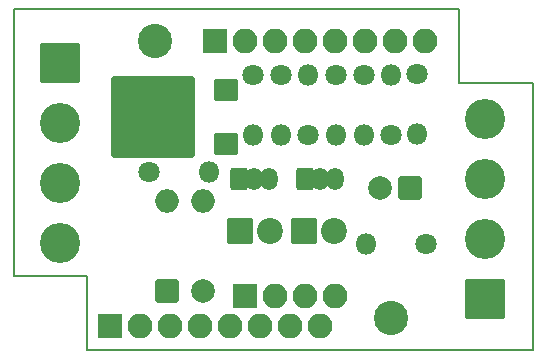
<source format=gts>
G04 #@! TF.GenerationSoftware,KiCad,Pcbnew,7.0.1-3b83917a11~172~ubuntu20.04.1*
G04 #@! TF.CreationDate,2023-03-26T00:43:29+01:00*
G04 #@! TF.ProjectId,C64Saver2,43363453-6176-4657-9232-2e6b69636164,rev?*
G04 #@! TF.SameCoordinates,Original*
G04 #@! TF.FileFunction,Soldermask,Top*
G04 #@! TF.FilePolarity,Negative*
%FSLAX46Y46*%
G04 Gerber Fmt 4.6, Leading zero omitted, Abs format (unit mm)*
G04 Created by KiCad (PCBNEW 7.0.1-3b83917a11~172~ubuntu20.04.1) date 2023-03-26 00:43:29*
%MOMM*%
%LPD*%
G01*
G04 APERTURE LIST*
G04 Aperture macros list*
%AMRoundRect*
0 Rectangle with rounded corners*
0 $1 Rounding radius*
0 $2 $3 $4 $5 $6 $7 $8 $9 X,Y pos of 4 corners*
0 Add a 4 corners polygon primitive as box body*
4,1,4,$2,$3,$4,$5,$6,$7,$8,$9,$2,$3,0*
0 Add four circle primitives for the rounded corners*
1,1,$1+$1,$2,$3*
1,1,$1+$1,$4,$5*
1,1,$1+$1,$6,$7*
1,1,$1+$1,$8,$9*
0 Add four rect primitives between the rounded corners*
20,1,$1+$1,$2,$3,$4,$5,0*
20,1,$1+$1,$4,$5,$6,$7,0*
20,1,$1+$1,$6,$7,$8,$9,0*
20,1,$1+$1,$8,$9,$2,$3,0*%
G04 Aperture macros list end*
%ADD10RoundRect,0.200000X0.800000X-0.800000X0.800000X0.800000X-0.800000X0.800000X-0.800000X-0.800000X0*%
%ADD11O,2.000000X2.000000*%
%ADD12RoundRect,0.200000X-0.525000X-0.750000X0.525000X-0.750000X0.525000X0.750000X-0.525000X0.750000X0*%
%ADD13O,1.450000X1.900000*%
%ADD14C,1.800000*%
%ADD15O,1.800000X1.800000*%
%ADD16C,2.000000*%
%ADD17C,3.400000*%
%ADD18RoundRect,0.200000X-1.500000X1.500000X-1.500000X-1.500000X1.500000X-1.500000X1.500000X1.500000X0*%
%ADD19RoundRect,0.200000X1.500000X-1.500000X1.500000X1.500000X-1.500000X1.500000X-1.500000X-1.500000X0*%
%ADD20RoundRect,0.200000X0.800000X0.800000X-0.800000X0.800000X-0.800000X-0.800000X0.800000X-0.800000X0*%
%ADD21RoundRect,0.200000X0.800000X0.750000X-0.800000X0.750000X-0.800000X-0.750000X0.800000X-0.750000X0*%
%ADD22RoundRect,0.200000X3.350000X3.250000X-3.350000X3.250000X-3.350000X-3.250000X3.350000X-3.250000X0*%
%ADD23O,2.100000X2.100000*%
%ADD24RoundRect,0.200000X0.850000X-0.850000X0.850000X0.850000X-0.850000X0.850000X-0.850000X-0.850000X0*%
%ADD25C,2.900000*%
%ADD26C,2.200000*%
%ADD27RoundRect,0.200000X-0.900000X-0.900000X0.900000X-0.900000X0.900000X0.900000X-0.900000X0.900000X0*%
G04 #@! TA.AperFunction,Profile*
%ADD28C,0.150000*%
G04 #@! TD*
G04 APERTURE END LIST*
D10*
X153416000Y-107569000D03*
D11*
X153416000Y-99949000D03*
D12*
X165100000Y-98044000D03*
D13*
X166370000Y-98044000D03*
X167640000Y-98044000D03*
D14*
X160705800Y-89245600D03*
D15*
X160705800Y-94325600D03*
D14*
X167690800Y-89255600D03*
D15*
X167690800Y-94335600D03*
D14*
X163093400Y-89245600D03*
D15*
X163093400Y-94325600D03*
D14*
X170103800Y-89245600D03*
D15*
X170103800Y-94325600D03*
D16*
X156464000Y-107569000D03*
D11*
X156464000Y-99949000D03*
D15*
X165379400Y-89281000D03*
D14*
X165379400Y-94361000D03*
D15*
X174599600Y-94310200D03*
D14*
X174599600Y-89230200D03*
D15*
X172389800Y-89255600D03*
D14*
X172389800Y-94335600D03*
D17*
X144399000Y-103505000D03*
X144399000Y-98425000D03*
X144399000Y-93345000D03*
D18*
X144399000Y-88265000D03*
D17*
X180340000Y-92964000D03*
X180340000Y-98044000D03*
X180340000Y-103124000D03*
D19*
X180340000Y-108204000D03*
D16*
X171470000Y-98856800D03*
D20*
X173970000Y-98856800D03*
D21*
X158397600Y-90511600D03*
D22*
X152247600Y-92811600D03*
D21*
X158397600Y-95111600D03*
D23*
X175260000Y-86360000D03*
X172720000Y-86360000D03*
X170180000Y-86360000D03*
X167640000Y-86360000D03*
X165100000Y-86360000D03*
X162560000Y-86360000D03*
X160020000Y-86360000D03*
D24*
X157480000Y-86360000D03*
D23*
X166370000Y-110490000D03*
X163830000Y-110490000D03*
X161290000Y-110490000D03*
X158750000Y-110490000D03*
X156210000Y-110490000D03*
X153670000Y-110490000D03*
X151130000Y-110490000D03*
D24*
X148590000Y-110490000D03*
D23*
X167640000Y-107950000D03*
X165100000Y-107950000D03*
X162560000Y-107950000D03*
D24*
X160020000Y-107950000D03*
D25*
X152405080Y-86357460D03*
X172399960Y-109862620D03*
D13*
X162072000Y-98094800D03*
X160802000Y-98094800D03*
D12*
X159532000Y-98094800D03*
D26*
X167538400Y-102463600D03*
D27*
X164998400Y-102463600D03*
D15*
X156946600Y-97485200D03*
D14*
X151866600Y-97485200D03*
D26*
X162153600Y-102463600D03*
D27*
X159613600Y-102463600D03*
D15*
X170230800Y-103581200D03*
D14*
X175310800Y-103581200D03*
D28*
X184404000Y-112522000D02*
X146685000Y-112522000D01*
X140462000Y-83693000D02*
X178181000Y-83693000D01*
X140462000Y-106299000D02*
X140462000Y-83693000D01*
X178181000Y-89916000D02*
X184404000Y-89916000D01*
X146685000Y-112522000D02*
X146685000Y-106299000D01*
X146685000Y-106299000D02*
X140462000Y-106299000D01*
X178181000Y-83693000D02*
X178181000Y-89916000D01*
X184404000Y-89916000D02*
X184404000Y-112522000D01*
M02*

</source>
